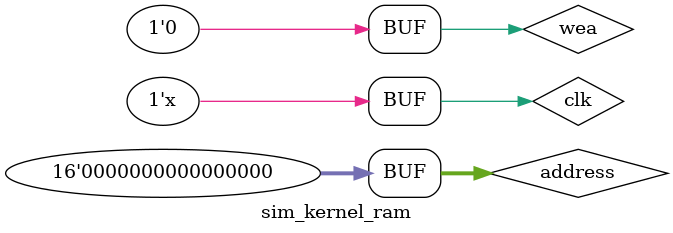
<source format=v>
`timescale 1ns / 1ps


module sim_kernel_ram();

reg						clk;
reg						wea;

reg			[15:0]		address;
reg			[7:0]		data_in;
wire		[7:0]		result;



initial
begin
	#1	clk <= 1'b0;
		address <= 4'h0000;
		wea <= 1'b0;						// wea = 0 while read data
end

always
begin
	#1 	clk = !clk;
end

blk_mem_kernel_gen U1(
	.clka				(clk),
	.wea				(wea),
	.addra				(address),
	.dina				(data_in),
	.douta				(result));
endmodule

</source>
